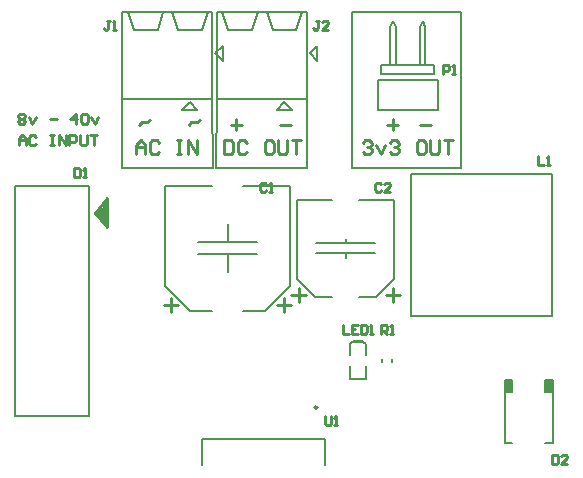
<source format=gto>
G04 Layer_Color=65535*
%FSLAX25Y25*%
%MOIN*%
G70*
G01*
G75*
%ADD30C,0.00984*%
%ADD31C,0.01000*%
%ADD32C,0.00600*%
%ADD33C,0.00787*%
%ADD34C,0.00500*%
G36*
X171665Y68024D02*
X169165D01*
Y72024D01*
X171665D01*
Y68024D01*
D02*
G37*
G36*
X185165D02*
X182665D01*
Y72024D01*
X185165D01*
Y68024D01*
D02*
G37*
D30*
X106693Y62992D02*
G03*
X106693Y62992I-492J0D01*
G01*
D31*
X55512Y97244D02*
X60236Y97244D01*
X57874Y99606D02*
X57874Y94882D01*
X95669D02*
X95669Y99606D01*
X93307Y97244D02*
X98032Y97244D01*
X129528Y100394D02*
X134252Y100394D01*
X131890Y98031D02*
Y102756D01*
X100394Y98031D02*
Y102756D01*
X98032Y100394D02*
X102756Y100394D01*
X35433Y131644D02*
X36417Y130906D01*
X34449Y130413D02*
X36417Y130906D01*
X34449Y130413D02*
X36417Y129921D01*
X33465Y128937D02*
X36417Y129921D01*
X33465Y128937D02*
X36417D01*
Y125000D02*
Y128937D01*
X34843Y125000D02*
X36417D01*
X34843D02*
X36417Y125984D01*
X34449D02*
X36417D01*
X34449D02*
X36417Y126969D01*
X33465D02*
X36417D01*
X33465D02*
X36417Y127953D01*
X32480D02*
X36417D01*
X32480D02*
X36417Y123032D01*
Y132874D01*
X32480Y127953D02*
X36417Y132874D01*
X7087Y150394D02*
Y152726D01*
X8253Y153893D01*
X9419Y152726D01*
Y150394D01*
Y152143D01*
X7087D01*
X12918Y153309D02*
X12335Y153893D01*
X11169D01*
X10586Y153309D01*
Y150977D01*
X11169Y150394D01*
X12335D01*
X12918Y150977D01*
X17583Y153893D02*
X18749D01*
X18166D01*
Y150394D01*
X17583D01*
X18749D01*
X20499D02*
Y153893D01*
X22831Y150394D01*
Y153893D01*
X23998Y150394D02*
Y153893D01*
X25747D01*
X26330Y153309D01*
Y152143D01*
X25747Y151560D01*
X23998D01*
X27497Y153893D02*
Y150977D01*
X28080Y150394D01*
X29246D01*
X29829Y150977D01*
Y153893D01*
X30996D02*
X33328D01*
X32162D01*
Y150394D01*
X6890Y160396D02*
X7473Y160979D01*
X8639D01*
X9222Y160396D01*
Y159813D01*
X8639Y159230D01*
X9222Y158647D01*
Y158063D01*
X8639Y157480D01*
X7473D01*
X6890Y158063D01*
Y158647D01*
X7473Y159230D01*
X6890Y159813D01*
Y160396D01*
X7473Y159230D02*
X8639D01*
X10389Y159813D02*
X11555Y157480D01*
X12721Y159813D01*
X17386Y159230D02*
X19719D01*
X26133Y157480D02*
Y160979D01*
X24384Y159230D01*
X26717D01*
X27883Y160396D02*
X28466Y160979D01*
X29632D01*
X30216Y160396D01*
Y158063D01*
X29632Y157480D01*
X28466D01*
X27883Y158063D01*
Y160396D01*
X31382Y159813D02*
X32548Y157480D01*
X33714Y159813D01*
X121752Y151288D02*
X122502Y152038D01*
X124001D01*
X124751Y151288D01*
Y150538D01*
X124001Y149789D01*
X123251D01*
X124001D01*
X124751Y149039D01*
Y148289D01*
X124001Y147539D01*
X122502D01*
X121752Y148289D01*
X126251Y150538D02*
X127750Y147539D01*
X129250Y150538D01*
X130749Y151288D02*
X131499Y152038D01*
X132998D01*
X133748Y151288D01*
Y150538D01*
X132998Y149789D01*
X132249D01*
X132998D01*
X133748Y149039D01*
Y148289D01*
X132998Y147539D01*
X131499D01*
X130749Y148289D01*
X141995Y152038D02*
X140496D01*
X139746Y151288D01*
Y148289D01*
X140496Y147539D01*
X141995D01*
X142745Y148289D01*
Y151288D01*
X141995Y152038D01*
X144245D02*
Y148289D01*
X144994Y147539D01*
X146494D01*
X147244Y148289D01*
Y152038D01*
X148743D02*
X151742D01*
X150243D01*
Y147539D01*
X75590Y152038D02*
Y147539D01*
X77840D01*
X78590Y148289D01*
Y151288D01*
X77840Y152038D01*
X75590D01*
X83088Y151288D02*
X82338Y152038D01*
X80839D01*
X80089Y151288D01*
Y148289D01*
X80839Y147539D01*
X82338D01*
X83088Y148289D01*
X91335Y152038D02*
X89836D01*
X89086Y151288D01*
Y148289D01*
X89836Y147539D01*
X91335D01*
X92085Y148289D01*
Y151288D01*
X91335Y152038D01*
X93585D02*
Y148289D01*
X94335Y147539D01*
X95834D01*
X96584Y148289D01*
Y152038D01*
X98083D02*
X101082D01*
X99583D01*
Y147539D01*
X46358D02*
Y150538D01*
X47858Y152038D01*
X49357Y150538D01*
Y147539D01*
Y149789D01*
X46358D01*
X53856Y151288D02*
X53106Y152038D01*
X51607D01*
X50857Y151288D01*
Y148289D01*
X51607Y147539D01*
X53106D01*
X53856Y148289D01*
X59854Y152038D02*
X61353D01*
X60604D01*
Y147539D01*
X59854D01*
X61353D01*
X63603D02*
Y152038D01*
X66602Y147539D01*
Y152038D01*
X129921Y157277D02*
X133587D01*
X131754Y159109D02*
Y155444D01*
X140918Y157277D02*
X144583D01*
X77756D02*
X81421D01*
X79589Y159109D02*
Y155444D01*
X94251Y157277D02*
X97916D01*
X47244Y157141D02*
X48160Y158057D01*
X49993D01*
X50910Y158974D01*
X63739Y157141D02*
X64655Y158057D01*
X66488D01*
X67404Y158974D01*
X109252Y60086D02*
Y57586D01*
X109752Y57087D01*
X110751D01*
X111251Y57586D01*
Y60086D01*
X112251Y57087D02*
X113251D01*
X112751D01*
Y60086D01*
X112251Y59586D01*
X89598Y137342D02*
X89098Y137842D01*
X88098D01*
X87598Y137342D01*
Y135342D01*
X88098Y134843D01*
X89098D01*
X89598Y135342D01*
X90597Y134843D02*
X91597D01*
X91097D01*
Y137842D01*
X90597Y137342D01*
X127984D02*
X127484Y137842D01*
X126484D01*
X125984Y137342D01*
Y135342D01*
X126484Y134843D01*
X127484D01*
X127984Y135342D01*
X130983Y134843D02*
X128983D01*
X130983Y136842D01*
Y137342D01*
X130483Y137842D01*
X129483D01*
X128983Y137342D01*
X185039Y47290D02*
Y44291D01*
X186539D01*
X187039Y44791D01*
Y46791D01*
X186539Y47290D01*
X185039D01*
X190038Y44291D02*
X188038D01*
X190038Y46291D01*
Y46791D01*
X189538Y47290D01*
X188538D01*
X188038Y46791D01*
X127953Y87598D02*
Y90597D01*
X129452D01*
X129952Y90098D01*
Y89098D01*
X129452Y88598D01*
X127953D01*
X128952D02*
X129952Y87598D01*
X130952D02*
X131951D01*
X131452D01*
Y90597D01*
X130952Y90098D01*
X115157Y90597D02*
Y87598D01*
X117157D01*
X120156Y90597D02*
X118157D01*
Y87598D01*
X120156D01*
X118157Y89098D02*
X119156D01*
X121156Y90597D02*
Y87598D01*
X122655D01*
X123155Y88098D01*
Y90098D01*
X122655Y90597D01*
X121156D01*
X124155Y87598D02*
X125154D01*
X124654D01*
Y90597D01*
X124155Y90098D01*
X148622Y174213D02*
Y177212D01*
X150122D01*
X150621Y176712D01*
Y175712D01*
X150122Y175212D01*
X148622D01*
X151621Y174213D02*
X152621D01*
X152121D01*
Y177212D01*
X151621Y176712D01*
X37432Y191975D02*
X36433D01*
X36933D01*
Y189476D01*
X36433Y188976D01*
X35933D01*
X35433Y189476D01*
X38432Y188976D02*
X39432D01*
X38932D01*
Y191975D01*
X38432Y191476D01*
X107314Y191975D02*
X106315D01*
X106815D01*
Y189476D01*
X106315Y188976D01*
X105815D01*
X105315Y189476D01*
X110313Y188976D02*
X108314D01*
X110313Y190976D01*
Y191476D01*
X109813Y191975D01*
X108814D01*
X108314Y191476D01*
X180118Y146700D02*
Y143701D01*
X182117D01*
X183117D02*
X184117D01*
X183617D01*
Y146700D01*
X183117Y146200D01*
X25591Y142763D02*
Y139764D01*
X27090D01*
X27590Y140264D01*
Y142263D01*
X27090Y142763D01*
X25591D01*
X28590Y139764D02*
X29589D01*
X29089D01*
Y142763D01*
X28590Y142263D01*
D32*
X89370Y95276D02*
X97638Y103543D01*
Y137008D01*
X55905Y103543D02*
X64173Y95276D01*
X55905Y103543D02*
Y137008D01*
X81890D02*
X97638D01*
X81890Y95276D02*
X89370D01*
X55905Y137008D02*
X71653D01*
X64173Y95276D02*
X71653D01*
X66929Y118110D02*
X86614D01*
X66929Y114173D02*
X86614D01*
X76772Y108268D02*
Y114173D01*
Y118110D02*
Y124016D01*
X142717Y177165D02*
Y189961D01*
X141732Y191929D02*
X142717Y189961D01*
X140748D02*
X141732Y191929D01*
X140748Y177165D02*
Y189961D01*
X132874Y177165D02*
Y189961D01*
X131890Y191929D02*
X132874Y189961D01*
X130905D02*
X131890Y191929D01*
X130905Y177165D02*
Y189961D01*
X127953Y174213D02*
Y177165D01*
X145669D01*
Y174213D02*
Y177165D01*
X127953Y174213D02*
X145669D01*
X126890Y162323D02*
Y172323D01*
X146890Y162323D02*
Y172323D01*
X126890Y194882D02*
X146890D01*
X126890Y162323D02*
X146890D01*
X126890Y172323D02*
X146890D01*
X118110Y142717D02*
Y194882D01*
X126890D01*
X154528Y142717D02*
Y194882D01*
X146890D02*
X154528D01*
X118110Y142717D02*
X154528D01*
X73032Y142815D02*
X103208D01*
Y165946D01*
X41575Y142815D02*
X71752D01*
X41575D02*
Y165946D01*
X71712D02*
X71752Y142815D01*
X73032D02*
X73071Y165946D01*
X116142Y117717D02*
Y119291D01*
Y112992D02*
Y114567D01*
X106299D02*
X125984D01*
X106299Y117717D02*
X125984D01*
X105906Y100000D02*
X111614D01*
X100000Y132283D02*
X111614D01*
X120669Y100000D02*
X126378D01*
X120669Y132283D02*
X132283D01*
X100000Y105906D02*
Y132283D01*
Y105906D02*
X105906Y100000D01*
X132283Y105906D02*
Y132283D01*
X126378Y100000D02*
X132283Y105906D01*
D33*
X109055Y43701D02*
Y52559D01*
X68110D02*
X109055D01*
X68110Y43701D02*
Y52559D01*
X137795Y93504D02*
X143701D01*
X137795D02*
Y140748D01*
X185039D01*
Y93504D02*
Y140748D01*
X143701Y93504D02*
X185039D01*
X30512Y60039D02*
Y136811D01*
X5906Y60039D02*
X30512D01*
X5906D02*
Y136811D01*
X30512D01*
D34*
X185165Y68024D02*
Y72024D01*
X182665D02*
X185165D01*
Y51024D02*
Y68024D01*
X182665D02*
X185165D01*
X182665D02*
Y72024D01*
Y51024D02*
X185165D01*
X169165D02*
X171665D01*
Y68024D02*
Y72024D01*
X169165Y68024D02*
X171665D01*
X169165Y51024D02*
Y68024D01*
Y72024D02*
X171665D01*
X169165Y68024D02*
Y72024D01*
X131521Y78140D02*
Y79340D01*
X128321Y78140D02*
Y79340D01*
X118701Y85335D02*
X121457D01*
X117421Y72638D02*
Y76968D01*
X122736Y72638D02*
Y76968D01*
X117421Y72638D02*
X122736D01*
X117421Y80512D02*
Y84055D01*
X122736Y80512D02*
Y84055D01*
X121949Y84843D02*
X122736Y84055D01*
X121457Y85335D02*
X122047Y84744D01*
X118012Y84646D02*
X118701Y85335D01*
X118209Y84843D02*
X121949D01*
X117421Y84055D02*
X118209Y84843D01*
X45512Y188780D02*
X53386D01*
X55354Y194686D01*
X43543D02*
X45512Y188780D01*
X60276D02*
X68150D01*
X70118Y194686D01*
X58307D02*
X60276Y188780D01*
X41575Y165946D02*
Y194686D01*
X71712D01*
Y165946D02*
Y194686D01*
X41575Y165946D02*
X71712D01*
X61713Y162302D02*
X64213Y164802D01*
X61713Y162302D02*
X66713D01*
X64213Y164802D02*
X66713Y162302D01*
X72713Y181102D02*
X75213Y178602D01*
Y183602D01*
X72713Y181102D02*
X75213Y183602D01*
X77008Y188780D02*
X84882D01*
X86850Y194686D01*
X75039D02*
X77008Y188780D01*
X91772D02*
X99646D01*
X101614Y194686D01*
X89803D02*
X91772Y188780D01*
X73071Y165946D02*
Y194686D01*
X103208D01*
Y165946D02*
Y194686D01*
X73071Y165946D02*
X103208D01*
X93209Y162302D02*
X95709Y164802D01*
X93209Y162302D02*
X98209D01*
X95709Y164802D02*
X98209Y162302D01*
X104209Y181102D02*
X106709Y178602D01*
Y183602D01*
X104209Y181102D02*
X106709Y183602D01*
M02*

</source>
